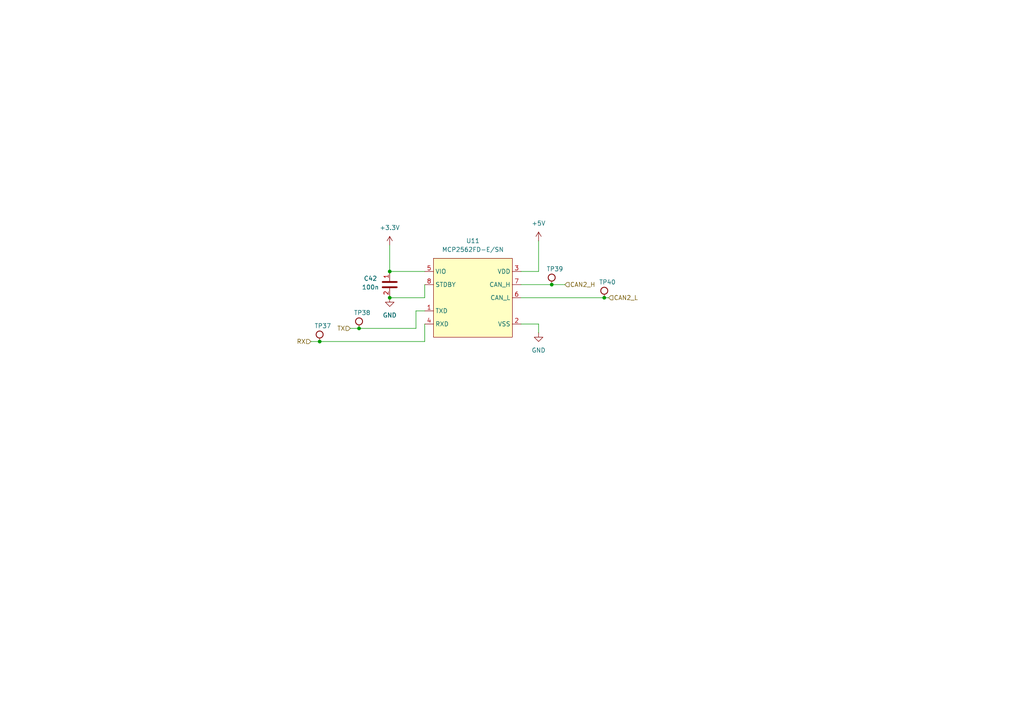
<source format=kicad_sch>
(kicad_sch (version 20250114) (generator "eeschema") (generator_version "9.0")
  (paper "A4")
  (lib_symbols
    (symbol ".Test-Point:RH-5015" (pin_numbers (hide yes)) (pin_names (hide yes))
      (property "Reference" "TP" (at 0 -15.24 0))
      (property "Value" "RH-5015" (at 0 -11.43 0))
      (symbol "RH-5015_1_1"
        (circle (center 0 2.032) (radius 1.016) (stroke (width 0.254)))
        (pin passive line (at 0 0 90) (length 0.9906) (name "1") (number "1"))
      )
    )
    (symbol "BFR Capacitors:06035C104KAT2A"
      (property "Reference" "C" (at 0 2.54 0))
      (property "Value" "100n" (at 1.27 2.54 0))
      (symbol "06035C104KAT2A_0_1"
        (polyline (pts (xy -2.032 0.762) (xy 2.032 0.762)) (stroke (width 0.508)))
        (polyline (pts (xy -2.032 -0.762) (xy 2.032 -0.762)) (stroke (width 0.508)))
      )
      (symbol "06035C104KAT2A_1_1"
        (pin passive line (at 0 3.81 270) (length 2.794) (name "~") (number "1"))
        (pin passive line (at 0 -3.81 90) (length 2.794) (name "~") (number "2"))
      )
    )
    (symbol "MCP2562-CAN_Transceiver:MCP2562-E/SN"
      (property "Reference" "U" (at 0 0 0))
      (property "Value" "MCP2562 E/SN" (at 0.254 -2.032 0))
      (symbol "MCP2562-E/SN_1_1"
        (rectangle (start -11.43 -3.81) (end 11.43 -26.67) (fill (type color) (color 255 255 195 1)))
        (pin input line (at -13.97 -7.62 0) (length 2.54) (name "VIO") (number "5"))
        (pin input line (at -13.97 -11.43 0) (length 2.54) (name "STDBY") (number "8"))
        (pin input line (at -13.97 -19.05 0) (length 2.54) (name "TXD") (number "1"))
        (pin input line (at -13.97 -22.86 0) (length 2.54) (name "RXD") (number "4"))
        (pin input line (at 13.97 -7.62 180) (length 2.54) (name "VDD") (number "3"))
        (pin input line (at 13.97 -11.43 180) (length 2.54) (name "CAN_H") (number "7"))
        (pin input line (at 13.97 -15.24 180) (length 2.54) (name "CAN_L") (number "6"))
        (pin input line (at 13.97 -22.86 180) (length 2.54) (name "VSS") (number "2"))
      )
    )
    (symbol "power:+3.3V" (power) (pin_numbers (hide yes)) (pin_names (offset 0) (hide yes))
      (property "Value" "+3.3V" (at 0 3.556 0))
      (symbol "+3.3V_0_1"
        (polyline (pts (xy -0.762 1.27) (xy 0 2.54)))
        (polyline (pts (xy 0 2.54) (xy 0.762 1.27)))
        (polyline (pts (xy 0 0) (xy 0 2.54)))
      )
      (symbol "+3.3V_1_1"
        (pin power_in line (at 0 0 90) (length 0) (name "~") (number "1"))
      )
    )
    (symbol "power:+5V" (power) (pin_numbers (hide yes)) (pin_names (offset 0) (hide yes))
      (property "Value" "+5V" (at 0 3.556 0))
      (symbol "+5V_0_1"
        (polyline (pts (xy -0.762 1.27) (xy 0 2.54)))
        (polyline (pts (xy 0 2.54) (xy 0.762 1.27)))
        (polyline (pts (xy 0 0) (xy 0 2.54)))
      )
      (symbol "+5V_1_1"
        (pin power_in line (at 0 0 90) (length 0) (name "~") (number "1"))
      )
    )
    (symbol "power:GND" (power) (pin_numbers (hide yes)) (pin_names (offset 0) (hide yes))
      (property "Value" "GND" (at 0 -3.81 0))
      (symbol "GND_0_1"
        (polyline (pts (xy 0 0) (xy 0 -1.27) (xy 1.27 -1.27) (xy 0 -2.54) (xy -1.27 -1.27) (xy 0 -1.27)))
      )
      (symbol "GND_1_1"
        (pin power_in line (at 0 0 270) (length 0) (name "~") (number "1"))
      )
    )
  )
  (junction (at 113.03 78.74))
  (junction (at 113.03 86.36))
  (junction (at 104.14 95.25))
  (junction (at 175.26 86.36))
  (junction (at 160.02 82.55))
  (junction (at 92.71 99.06))
  (wire (pts (xy 113.03 78.74) (xy 123.19 78.74)))
  (wire (pts (xy 156.21 78.74) (xy 151.13 78.74)))
  (wire (pts (xy 123.19 82.55) (xy 123.19 86.36)))
  (wire (pts (xy 156.21 93.98) (xy 156.21 96.52)))
  (wire (pts (xy 160.02 82.55) (xy 163.83 82.55)))
  (wire (pts (xy 123.19 86.36) (xy 113.03 86.36)))
  (wire (pts (xy 92.71 99.06) (xy 123.19 99.06)))
  (wire (pts (xy 104.14 95.25) (xy 120.65 95.25)))
  (wire (pts (xy 156.21 69.85) (xy 156.21 78.74)))
  (wire (pts (xy 113.03 71.12) (xy 113.03 78.74)))
  (wire (pts (xy 90.17 99.06) (xy 92.71 99.06)))
  (wire (pts (xy 151.13 86.36) (xy 175.26 86.36)))
  (wire (pts (xy 175.26 86.36) (xy 176.53 86.36)))
  (wire (pts (xy 151.13 82.55) (xy 160.02 82.55)))
  (wire (pts (xy 120.65 90.17) (xy 120.65 95.25)))
  (wire (pts (xy 123.19 99.06) (xy 123.19 93.98)))
  (wire (pts (xy 101.6 95.25) (xy 104.14 95.25)))
  (wire (pts (xy 120.65 90.17) (xy 123.19 90.17)))
  (wire (pts (xy 151.13 93.98) (xy 156.21 93.98)))
  (hierarchical_label "TX" (shape input) (at 101.6 95.25 180))
  (hierarchical_label "RX" (shape input) (at 90.17 99.06 180))
  (hierarchical_label "CAN2_L" (shape input) (at 176.53 86.36 0))
  (hierarchical_label "CAN2_H" (shape input) (at 163.83 82.55 0))
  (symbol (lib_id "power:GND") (at 156.21 96.52 0) (unit 1)
    (property "Reference" "#PWR062" (effects (hide yes)))
    (property "Value" "GND" (at 156.21 101.6 0))
    (property "Description" "Power symbol creates a global label with name \"GND\" , ground" (effects (hide yes)))
  )
  (symbol (lib_id "MCP2562-CAN_Transceiver:MCP2562-E/SN") (at 137.16 71.12 0) (unit 1)
    (property "Reference" "U11" (at 137.16 69.85 0))
    (property "Value" "MCP2562FD-E/SN" (at 137.16 72.39 0))
    (property "Footprint" "Package_SO:SOIC-8_3.9x4.9mm_P1.27mm" (effects (hide yes)))
    (property "Datasheet" "https://ww1.microchip.com/downloads/en/DeviceDoc/20005284A.pdf" (effects (hide yes)))
    (property "Mouser P/N" "579-MCP2562FD-E/SN " (effects (hide yes)))
    (property "LCSC P/N" " C124016" (effects (hide yes)))
  )
  (symbol (lib_id ".Test-Point:RH-5015") (at 175.26 86.36 0) (unit 1)
    (property "Reference" "TP40" (at 173.7368 81.1037 0) (effects (justify left top)))
    (property "Value" "RH-5015" (effects (hide yes)))
    (property "Footprint" "TestPoint:TestPoint_Keystone_5015_Micro_Mini" (effects (hide yes)))
    (property "Datasheet" "https://wmsc.lcsc.com/wmsc/upload/file/pdf/v2/lcsc/2310260935_ronghe-RH-5015_C5199798.pdf" (effects (hide yes)))
    (property "Description" "Surface-mount grabby test point" (effects (hide yes)))
    (property "Link" "https://jlcpcb.com/partdetail/Ronghe-RH5015/C5199798" (effects (hide yes)))
    (property "Digikey P/N" "36-5015CT-ND" (effects (hide yes)))
    (property "Mouser P/N" "534-5015" (effects (hide yes)))
    (property "LCSC P/N" "C5199798" (effects (hide yes)))
    (property "Manufacturer" "Ronghe" (effects (hide yes)))
    (property "Manufacturer P/N" "RH-5015" (effects (hide yes)))
    (property "LCSC Part #" "C5199798" (effects (hide yes)))
  )
  (symbol (lib_id "power:+5V") (at 156.21 69.85 0) (unit 1)
    (property "Reference" "#PWR061" (effects (hide yes)))
    (property "Value" "+5V" (at 156.21 64.77 0))
    (property "Description" "Power symbol creates a global label with name \"+5V\"" (effects (hide yes)))
  )
  (symbol (lib_id ".Test-Point:RH-5015") (at 92.71 99.06 0) (unit 1)
    (property "Reference" "TP37" (at 91.1868 93.8037 0) (effects (justify left top)))
    (property "Value" "RH-5015" (effects (hide yes)))
    (property "Footprint" "TestPoint:TestPoint_Keystone_5015_Micro_Mini" (effects (hide yes)))
    (property "Datasheet" "https://wmsc.lcsc.com/wmsc/upload/file/pdf/v2/lcsc/2310260935_ronghe-RH-5015_C5199798.pdf" (effects (hide yes)))
    (property "Description" "Surface-mount grabby test point" (effects (hide yes)))
    (property "Link" "https://jlcpcb.com/partdetail/Ronghe-RH5015/C5199798" (effects (hide yes)))
    (property "Digikey P/N" "36-5015CT-ND" (effects (hide yes)))
    (property "Mouser P/N" "534-5015" (effects (hide yes)))
    (property "LCSC P/N" "C5199798" (effects (hide yes)))
    (property "Manufacturer" "Ronghe" (effects (hide yes)))
    (property "Manufacturer P/N" "RH-5015" (effects (hide yes)))
    (property "LCSC Part #" "C5199798" (effects (hide yes)))
  )
  (symbol (lib_id "power:+3.3V") (at 113.03 71.12 0) (unit 1)
    (property "Reference" "#PWR059" (effects (hide yes)))
    (property "Value" "+3.3V" (at 113.03 66.04 0))
    (property "Description" "Power symbol creates a global label with name \"+3.3V\"" (effects (hide yes)))
  )
  (symbol (lib_id "power:GND") (at 113.03 86.36 0) (unit 1)
    (property "Reference" "#PWR060" (effects (hide yes)))
    (property "Value" "GND" (at 113.03 91.44 0))
    (property "Description" "Power symbol creates a global label with name \"GND\" , ground" (effects (hide yes)))
  )
  (symbol (lib_id "BFR Capacitors:06035C104KAT2A") (at 113.03 82.55 0) (unit 1)
    (property "Reference" "C42" (at 107.442 80.772 0))
    (property "Value" "100n" (at 107.442 83.312 0))
    (property "Footprint" "Capacitor_SMD:C_0603_1608Metric_Pad1.08x0.95mm_HandSolder" (effects (hide yes)))
    (property "Description" "100nF±10% X7R 16V JLCPCB Basic 0603 Capacitor" (effects (hide yes)))
    (property "Sim.Device" "SUBCKT" (effects (hide yes)))
    (property "Sim.Pins" "1=P1 2=P2" (effects (hide yes)))
    (property "Sim.Library" "${BFRUH_DIR}/Electronics/spice_models/bfr_capacitors/06035C104KAT2A.lib" (effects (hide yes)))
    (property "Sim.Name" "06035C104KAT2A" (effects (hide yes)))
    (property "Pretty Name" "100nF 16V 0603 Capacitor" (effects (hide yes)))
    (property "Order From" "LCSC" (effects (hide yes)))
    (property "Digikey P/N" "478-KGM15BR71H104KTCT-ND" (effects (hide yes)))
    (property "Mouser P/N" "581-06035C104KAT2A" (effects (hide yes)))
    (property "LCSC P/N" "C14663" (effects (hide yes)))
    (property "JLCPCB Basic Part" "Yes" (effects (hide yes)))
    (property "Created by" "capacitor_generator.py script using capacitor_bible_spec.txt" (effects (hide yes)))
  )
  (symbol (lib_id ".Test-Point:RH-5015") (at 160.02 82.55 0) (unit 1)
    (property "Reference" "TP39" (at 158.4968 77.2937 0) (effects (justify left top)))
    (property "Value" "RH-5015" (effects (hide yes)))
    (property "Footprint" "TestPoint:TestPoint_Keystone_5015_Micro_Mini" (effects (hide yes)))
    (property "Datasheet" "https://wmsc.lcsc.com/wmsc/upload/file/pdf/v2/lcsc/2310260935_ronghe-RH-5015_C5199798.pdf" (effects (hide yes)))
    (property "Description" "Surface-mount grabby test point" (effects (hide yes)))
    (property "Link" "https://jlcpcb.com/partdetail/Ronghe-RH5015/C5199798" (effects (hide yes)))
    (property "Digikey P/N" "36-5015CT-ND" (effects (hide yes)))
    (property "Mouser P/N" "534-5015" (effects (hide yes)))
    (property "LCSC P/N" "C5199798" (effects (hide yes)))
    (property "Manufacturer" "Ronghe" (effects (hide yes)))
    (property "Manufacturer P/N" "RH-5015" (effects (hide yes)))
    (property "LCSC Part #" "C5199798" (effects (hide yes)))
  )
  (symbol (lib_id ".Test-Point:RH-5015") (at 104.14 95.25 0) (unit 1)
    (property "Reference" "TP38" (at 102.6168 89.9937 0) (effects (justify left top)))
    (property "Value" "RH-5015" (effects (hide yes)))
    (property "Footprint" "TestPoint:TestPoint_Keystone_5015_Micro_Mini" (effects (hide yes)))
    (property "Datasheet" "https://wmsc.lcsc.com/wmsc/upload/file/pdf/v2/lcsc/2310260935_ronghe-RH-5015_C5199798.pdf" (effects (hide yes)))
    (property "Description" "Surface-mount grabby test point" (effects (hide yes)))
    (property "Link" "https://jlcpcb.com/partdetail/Ronghe-RH5015/C5199798" (effects (hide yes)))
    (property "Digikey P/N" "36-5015CT-ND" (effects (hide yes)))
    (property "Mouser P/N" "534-5015" (effects (hide yes)))
    (property "LCSC P/N" "C5199798" (effects (hide yes)))
    (property "Manufacturer" "Ronghe" (effects (hide yes)))
    (property "Manufacturer P/N" "RH-5015" (effects (hide yes)))
    (property "LCSC Part #" "C5199798" (effects (hide yes)))
  )
)
</source>
